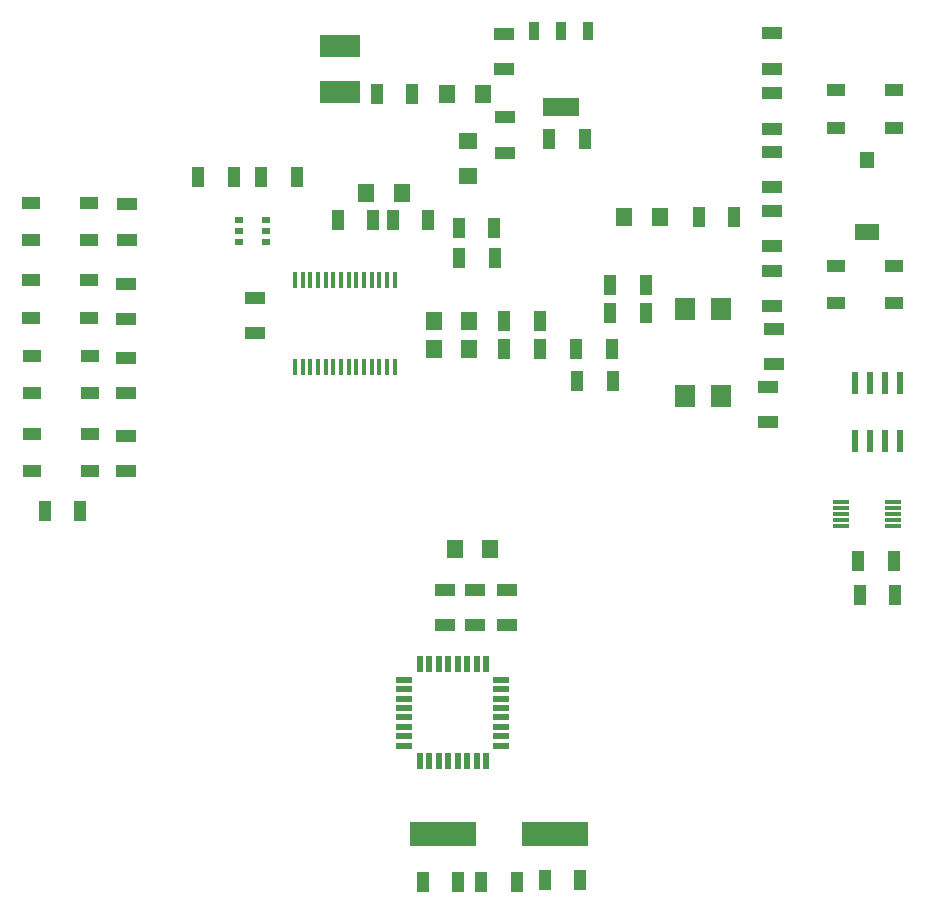
<source format=gtp>
G04*
G04 #@! TF.GenerationSoftware,Altium Limited,Altium Designer,19.1.7 (138)*
G04*
G04 Layer_Color=8421504*
%FSLAX25Y25*%
%MOIN*%
G70*
G01*
G75*
%ADD17R,0.04400X0.07100*%
%ADD18R,0.02200X0.07800*%
%ADD19R,0.05906X0.03937*%
%ADD20R,0.05787X0.01181*%
%ADD21R,0.05709X0.01181*%
%ADD22R,0.07100X0.04400*%
%ADD23R,0.01370X0.05500*%
%ADD24R,0.13386X0.07480*%
%ADD25R,0.07874X0.05512*%
%ADD26R,0.04724X0.05512*%
%ADD27R,0.05500X0.06300*%
%ADD28R,0.02756X0.02000*%
%ADD29R,0.06300X0.05500*%
%ADD30R,0.12200X0.06300*%
%ADD31R,0.03300X0.06300*%
%ADD32R,0.22047X0.08268*%
%ADD33R,0.05800X0.02000*%
%ADD34R,0.02000X0.05800*%
%ADD35R,0.06693X0.07480*%
G36*
X262260Y273933D02*
Y279051D01*
X269740D01*
Y273933D01*
X262260D01*
D02*
G37*
G36*
X263835Y297949D02*
Y303067D01*
X268165D01*
Y297949D01*
X263835D01*
D02*
G37*
D17*
X192300Y259000D02*
D03*
X180500D02*
D03*
X3800Y183500D02*
D03*
X-8000D02*
D03*
X263700Y155500D02*
D03*
X275500D02*
D03*
X263200Y167000D02*
D03*
X275000D02*
D03*
X142000Y268000D02*
D03*
X130200D02*
D03*
X141800Y278000D02*
D03*
X130000D02*
D03*
X145200Y247000D02*
D03*
X157000D02*
D03*
X119800Y280500D02*
D03*
X108000D02*
D03*
X145200Y237500D02*
D03*
X157000D02*
D03*
X192300Y249500D02*
D03*
X180500D02*
D03*
X89700Y280500D02*
D03*
X101500D02*
D03*
X43200Y295000D02*
D03*
X55000D02*
D03*
X64200D02*
D03*
X76000D02*
D03*
X114500Y322500D02*
D03*
X102700D02*
D03*
X210000Y281500D02*
D03*
X221800D02*
D03*
X172000Y307500D02*
D03*
X160200D02*
D03*
X169200Y237500D02*
D03*
X181000D02*
D03*
X158700Y60500D02*
D03*
X170500D02*
D03*
X169500Y227000D02*
D03*
X181300D02*
D03*
X129800Y60000D02*
D03*
X118000D02*
D03*
X137500D02*
D03*
X149300D02*
D03*
D18*
X262000Y226200D02*
D03*
X267000D02*
D03*
X272000D02*
D03*
X277000D02*
D03*
Y206800D02*
D03*
X272000D02*
D03*
X267000D02*
D03*
X262000D02*
D03*
D19*
X275146Y265299D02*
D03*
Y252701D02*
D03*
X255854D02*
D03*
Y265299D02*
D03*
X6646Y286299D02*
D03*
Y273701D02*
D03*
X-12646D02*
D03*
Y286299D02*
D03*
X6791Y260598D02*
D03*
Y248000D02*
D03*
X-12500D02*
D03*
Y260598D02*
D03*
X7146Y235299D02*
D03*
Y222701D02*
D03*
X-12146D02*
D03*
Y235299D02*
D03*
X7146Y209299D02*
D03*
Y196701D02*
D03*
X-12146D02*
D03*
Y209299D02*
D03*
X275146Y323799D02*
D03*
Y311201D02*
D03*
X255854D02*
D03*
Y323799D02*
D03*
D20*
X257339Y178563D02*
D03*
Y180532D02*
D03*
Y182500D02*
D03*
Y184468D02*
D03*
Y186437D02*
D03*
X274661D02*
D03*
Y184468D02*
D03*
Y182500D02*
D03*
Y180532D02*
D03*
D21*
Y178563D02*
D03*
D22*
X146000Y157300D02*
D03*
Y145500D02*
D03*
X145000Y330700D02*
D03*
Y342500D02*
D03*
X19000Y196700D02*
D03*
Y208500D02*
D03*
Y222700D02*
D03*
Y234500D02*
D03*
Y247500D02*
D03*
Y259300D02*
D03*
X19500Y274000D02*
D03*
Y285800D02*
D03*
X235000Y244300D02*
D03*
Y232500D02*
D03*
X233000Y225000D02*
D03*
Y213200D02*
D03*
X234500Y251700D02*
D03*
Y263500D02*
D03*
Y331000D02*
D03*
Y342800D02*
D03*
Y303300D02*
D03*
Y291500D02*
D03*
Y271700D02*
D03*
Y283500D02*
D03*
Y311000D02*
D03*
Y322800D02*
D03*
X62000Y242700D02*
D03*
Y254500D02*
D03*
X145500Y314800D02*
D03*
Y303000D02*
D03*
X125500Y145500D02*
D03*
Y157300D02*
D03*
X135500D02*
D03*
Y145500D02*
D03*
D23*
X75366Y260394D02*
D03*
X77925D02*
D03*
X80484D02*
D03*
X83043D02*
D03*
X85602D02*
D03*
X88161D02*
D03*
X90720D02*
D03*
X93279D02*
D03*
X95839D02*
D03*
X98398D02*
D03*
X100957D02*
D03*
X103516D02*
D03*
X106075D02*
D03*
X108634D02*
D03*
X75366Y231606D02*
D03*
X77925D02*
D03*
X80484D02*
D03*
X83043D02*
D03*
X85602D02*
D03*
X90720D02*
D03*
X88161D02*
D03*
X93279D02*
D03*
X95839D02*
D03*
X98398D02*
D03*
X100957D02*
D03*
X103516D02*
D03*
X106075D02*
D03*
X108634D02*
D03*
D24*
X90500Y323323D02*
D03*
Y338677D02*
D03*
D25*
X266000Y276492D02*
D03*
D26*
Y300508D02*
D03*
D27*
X133400Y247000D02*
D03*
X121600D02*
D03*
X110900Y289500D02*
D03*
X99100D02*
D03*
X133400Y237500D02*
D03*
X121600D02*
D03*
X126100Y322500D02*
D03*
X137900D02*
D03*
X196900Y281500D02*
D03*
X185100D02*
D03*
X140400Y171000D02*
D03*
X128600D02*
D03*
D28*
X65801Y280516D02*
D03*
Y276776D02*
D03*
Y273035D02*
D03*
X56648D02*
D03*
Y276776D02*
D03*
Y280516D02*
D03*
D29*
X133000Y295100D02*
D03*
Y306900D02*
D03*
D30*
X164000Y318294D02*
D03*
D31*
X154900Y343494D02*
D03*
X164000D02*
D03*
X173100D02*
D03*
D32*
X162000Y76000D02*
D03*
X124598D02*
D03*
D33*
X111800Y105307D02*
D03*
Y108407D02*
D03*
Y111607D02*
D03*
Y114707D02*
D03*
Y117907D02*
D03*
Y121007D02*
D03*
Y124207D02*
D03*
Y127307D02*
D03*
X144200D02*
D03*
Y124207D02*
D03*
Y121007D02*
D03*
X144200Y117907D02*
D03*
X144200Y114707D02*
D03*
Y111607D02*
D03*
Y108407D02*
D03*
Y105307D02*
D03*
D34*
X117000Y132507D02*
D03*
X120100D02*
D03*
X123300D02*
D03*
X126400D02*
D03*
X129600Y132507D02*
D03*
X132700Y132507D02*
D03*
X135900D02*
D03*
X139000D02*
D03*
Y100107D02*
D03*
X135900D02*
D03*
X132700D02*
D03*
X129600D02*
D03*
X126400D02*
D03*
X123300D02*
D03*
X120100D02*
D03*
X117000D02*
D03*
D35*
X217323Y250826D02*
D03*
X205323D02*
D03*
X217323Y221826D02*
D03*
X205323D02*
D03*
M02*

</source>
